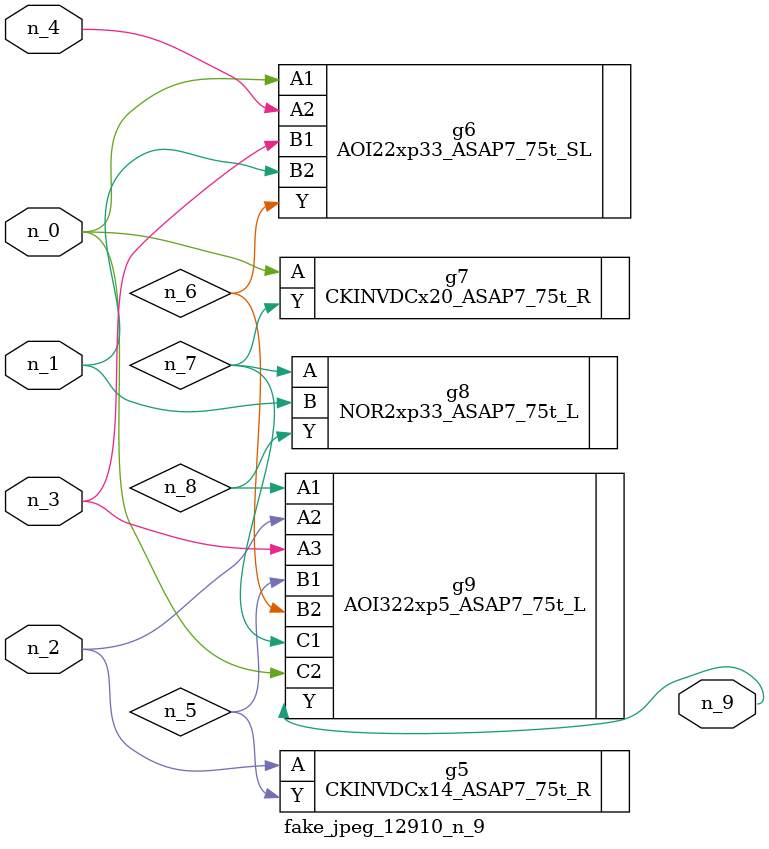
<source format=v>
module fake_jpeg_12910_n_9 (n_3, n_2, n_1, n_0, n_4, n_9);

input n_3;
input n_2;
input n_1;
input n_0;
input n_4;

output n_9;

wire n_8;
wire n_6;
wire n_5;
wire n_7;

CKINVDCx14_ASAP7_75t_R g5 ( 
.A(n_2),
.Y(n_5)
);

AOI22xp33_ASAP7_75t_SL g6 ( 
.A1(n_0),
.A2(n_4),
.B1(n_3),
.B2(n_1),
.Y(n_6)
);

CKINVDCx20_ASAP7_75t_R g7 ( 
.A(n_0),
.Y(n_7)
);

NOR2xp33_ASAP7_75t_L g8 ( 
.A(n_7),
.B(n_1),
.Y(n_8)
);

AOI322xp5_ASAP7_75t_L g9 ( 
.A1(n_8),
.A2(n_2),
.A3(n_3),
.B1(n_5),
.B2(n_6),
.C1(n_7),
.C2(n_0),
.Y(n_9)
);


endmodule
</source>
